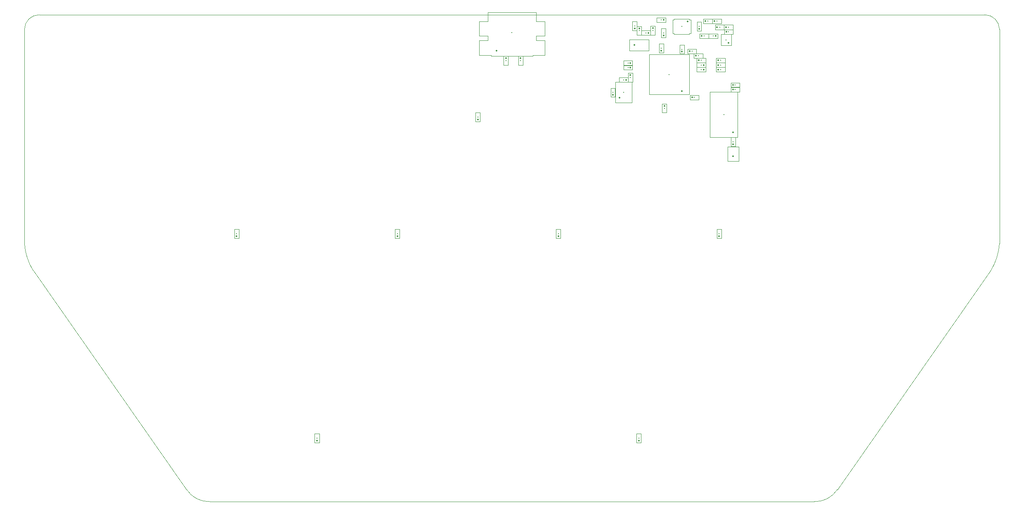
<source format=gbr>
%TF.GenerationSoftware,KiCad,Pcbnew,8.0.4*%
%TF.CreationDate,2024-07-22T04:35:47+08:00*%
%TF.ProjectId,PH-AC,50482d41-432e-46b6-9963-61645f706362,rev?*%
%TF.SameCoordinates,PX405f7e0PY328b740*%
%TF.FileFunction,Component,L2,Bot*%
%TF.FilePolarity,Positive*%
%FSLAX46Y46*%
G04 Gerber Fmt 4.6, Leading zero omitted, Abs format (unit mm)*
G04 Created by KiCad (PCBNEW 8.0.4) date 2024-07-22 04:35:47*
%MOMM*%
%LPD*%
G01*
G04 APERTURE LIST*
%TA.AperFunction,ComponentMain*%
%ADD10C,0.300000*%
%TD*%
%TA.AperFunction,ComponentOutline,Courtyard*%
%ADD11C,0.100000*%
%TD*%
%TA.AperFunction,ComponentPin*%
%ADD12P,0.360000X4X0.000000*%
%TD*%
%TA.AperFunction,ComponentPin*%
%ADD13C,0.100000*%
%TD*%
%TA.AperFunction,Profile*%
%ADD14C,0.050000*%
%TD*%
G04 APERTURE END LIST*
D10*
%TO.C,C11*%
%TO.CFtp,C_0402_1005Metric*%
%TO.CVal,2u2*%
%TO.CLbN,Capacitor_SMD*%
%TO.CMnt,SMD*%
%TO.CRot,180*%
X136920000Y-7480000D03*
D11*
X137829999Y-7020001D02*
X137829999Y-7939999D01*
X136010001Y-7939999D01*
X136010001Y-7020001D01*
X137829999Y-7020001D01*
D12*
%TO.P,C11,1*%
X136440000Y-7480000D03*
D13*
%TO.P,C11,2*%
X137400000Y-7480000D03*
%TD*%
D10*
%TO.C,R5*%
%TO.CFtp,R_0402_1005Metric*%
%TO.CVal,5K6*%
%TO.CLbN,Resistor_SMD*%
%TO.CMnt,SMD*%
%TO.CRot,90*%
X128900000Y-3210000D03*
D11*
X129369999Y-2280001D02*
X129369999Y-4139999D01*
X128430001Y-4139999D01*
X128430001Y-2280001D01*
X129369999Y-2280001D01*
D12*
%TO.P,R5,1*%
X128900000Y-2700000D03*
D13*
%TO.P,R5,2*%
X128900000Y-3720000D03*
%TD*%
D10*
%TO.C,C7*%
%TO.CFtp,C_0402_1005Metric*%
%TO.CVal,100n*%
%TO.CLbN,Capacitor_SMD*%
%TO.CMnt,SMD*%
%TO.CRot,180*%
X142800000Y-11250000D03*
D11*
X143709999Y-10790001D02*
X143709999Y-11709999D01*
X141890001Y-11709999D01*
X141890001Y-10790001D01*
X143709999Y-10790001D01*
D12*
%TO.P,C7,1*%
X142320000Y-11250000D03*
D13*
%TO.P,C7,2*%
X143280000Y-11250000D03*
%TD*%
D10*
%TO.C,U2*%
%TO.CFtp,10-WFDFN-EP_RIT*%
%TO.CVal,RT6150B-33GQW*%
%TO.CLbN,footprints*%
%TO.CMnt,SMD*%
%TO.CRot,0*%
X134819200Y-2400001D03*
D11*
X136368599Y-850602D02*
X136368599Y-1019002D01*
X136673399Y-1019002D01*
X136673399Y-3781000D01*
X136368599Y-3781000D01*
X136368599Y-3949400D01*
X133269801Y-3949400D01*
X133269801Y-3781000D01*
X132965001Y-3781000D01*
X132965001Y-1019002D01*
X133269801Y-1019002D01*
X133269801Y-850602D01*
X136368599Y-850602D01*
D12*
%TO.P,U2,1,VOUT*%
X136038400Y-1400000D03*
D13*
%TO.P,U2,2,LX2*%
X136038400Y-1900002D03*
%TO.P,U2,3,GND*%
X136038400Y-2400001D03*
%TO.P,U2,4,LX1*%
X136038400Y-2900000D03*
%TO.P,U2,5,VIN*%
X136038400Y-3400002D03*
%TO.P,U2,6,EN*%
X133600000Y-3400002D03*
%TO.P,U2,7,PS*%
X133600000Y-2900000D03*
%TO.P,U2,8,VINA*%
X133600000Y-2400001D03*
%TO.P,U2,9,GND*%
X133600000Y-1900002D03*
%TO.P,U2,10,FB*%
X133600000Y-1400000D03*
%TO.P,U2,11,GND*%
X134819200Y-2400001D03*
%TD*%
D10*
%TO.C,C9*%
%TO.CFtp,C_0402_1005Metric*%
%TO.CVal,2u2*%
%TO.CLbN,Capacitor_SMD*%
%TO.CMnt,SMD*%
%TO.CRot,180*%
X138830000Y-9330000D03*
D11*
X139739999Y-8870001D02*
X139739999Y-9789999D01*
X137920001Y-9789999D01*
X137920001Y-8870001D01*
X139739999Y-8870001D01*
D12*
%TO.P,C9,1*%
X138350000Y-9330000D03*
D13*
%TO.P,C9,2*%
X139310000Y-9330000D03*
%TD*%
D10*
%TO.C,R12*%
%TO.CFtp,R_0402_1005Metric*%
%TO.CVal,1K*%
%TO.CLbN,Resistor_SMD*%
%TO.CMnt,SMD*%
%TO.CRot,90*%
X124300000Y-12900000D03*
D11*
X124769999Y-11970001D02*
X124769999Y-13829999D01*
X123830001Y-13829999D01*
X123830001Y-11970001D01*
X124769999Y-11970001D01*
D12*
%TO.P,R12,1*%
X124300000Y-12390000D03*
D13*
%TO.P,R12,2*%
X124300000Y-13410000D03*
%TD*%
D10*
%TO.C,C6*%
%TO.CFtp,C_0402_1005Metric*%
%TO.CVal,100n*%
%TO.CLbN,Capacitor_SMD*%
%TO.CMnt,SMD*%
%TO.CRot,-90*%
X134850000Y-7080000D03*
D11*
X135309999Y-6170001D02*
X135309999Y-7989999D01*
X134390001Y-7989999D01*
X134390001Y-6170001D01*
X135309999Y-6170001D01*
D12*
%TO.P,C6,1*%
X134850000Y-7560000D03*
D13*
%TO.P,C6,2*%
X134850000Y-6600000D03*
%TD*%
D10*
%TO.C,D7*%
%TO.CFtp,D_0402_1005Metric*%
%TO.CVal,D*%
%TO.CLbN,Diode_SMD*%
%TO.CMnt,SMD*%
%TO.CRot,-90*%
X60000000Y-87000000D03*
D11*
X60469999Y-86070001D02*
X60469999Y-87929999D01*
X59530001Y-87929999D01*
X59530001Y-86070001D01*
X60469999Y-86070001D01*
D12*
%TO.P,D7,1,K*%
X60000000Y-87485000D03*
D13*
%TO.P,D7,2,A*%
X60000000Y-86515000D03*
%TD*%
D10*
%TO.C,D8*%
%TO.CFtp,D_0402_1005Metric*%
%TO.CVal,D*%
%TO.CLbN,Diode_SMD*%
%TO.CMnt,SMD*%
%TO.CRot,-90*%
X93000000Y-21000000D03*
D11*
X93469999Y-20070001D02*
X93469999Y-21929999D01*
X92530001Y-21929999D01*
X92530001Y-20070001D01*
X93469999Y-20070001D01*
D12*
%TO.P,D8,1,K*%
X93000000Y-21485000D03*
D13*
%TO.P,D8,2,A*%
X93000000Y-20515000D03*
%TD*%
D10*
%TO.C,C3*%
%TO.CFtp,C_0402_1005Metric*%
%TO.CVal,100n*%
%TO.CLbN,Capacitor_SMD*%
%TO.CMnt,SMD*%
%TO.CRot,0*%
X123800000Y-10850000D03*
D11*
X124709999Y-10390001D02*
X124709999Y-11309999D01*
X122890001Y-11309999D01*
X122890001Y-10390001D01*
X124709999Y-10390001D01*
D12*
%TO.P,C3,1*%
X124280000Y-10850000D03*
D13*
%TO.P,C3,2*%
X123320000Y-10850000D03*
%TD*%
D10*
%TO.C,R11*%
%TO.CFtp,R_0402_1005Metric*%
%TO.CVal,R*%
%TO.CLbN,Resistor_SMD*%
%TO.CMnt,SMD*%
%TO.CRot,180*%
X144450000Y-2550000D03*
D11*
X145379999Y-2080001D02*
X145379999Y-3019999D01*
X143520001Y-3019999D01*
X143520001Y-2080001D01*
X145379999Y-2080001D01*
D12*
%TO.P,R11,1*%
X143940000Y-2550000D03*
D13*
%TO.P,R11,2*%
X144960000Y-2550000D03*
%TD*%
D10*
%TO.C,J1*%
%TO.CFtp,USB_C_Receptacle_GCT_USB4110*%
%TO.CVal,USB_C_Receptacle_USB2.0_14P*%
%TO.CLbN,Connector_USB*%
%TO.CMnt,SMD*%
%TO.CRot,180*%
X100000000Y-3675000D03*
D11*
X104969999Y504999D02*
X104969999Y-1345001D01*
X106699999Y-1345001D01*
X106699999Y-4354999D01*
X104969999Y-4354999D01*
X104969999Y-5275001D01*
X106699999Y-5275001D01*
X106699999Y-8284999D01*
X104249999Y-8284999D01*
X104249999Y-8434999D01*
X95750001Y-8434999D01*
X95750001Y-8284999D01*
X93300001Y-8284999D01*
X93300001Y-5275001D01*
X95030001Y-5275001D01*
X95030001Y-4354999D01*
X93300001Y-4354999D01*
X93300001Y-1345001D01*
X95030001Y-1345001D01*
X95030001Y504999D01*
X104969999Y504999D01*
D12*
%TO.P,J1,A1,GND*%
X96800000Y-7355000D03*
D13*
%TO.P,J1,*%
X97110000Y-6280000D03*
X102890000Y-6280000D03*
%TO.P,J1,A4,VBUS*%
X97600000Y-7355000D03*
%TO.P,J1,A5,CC1*%
X98750000Y-7355000D03*
%TO.P,J1,A6,D+*%
X99750000Y-7355000D03*
%TO.P,J1,A7,D-*%
X100250000Y-7355000D03*
%TO.P,J1,A8*%
X101250000Y-7355000D03*
%TO.P,J1,A9,VBUS*%
X102400000Y-7355000D03*
%TO.P,J1,A12,GND*%
X103200000Y-7355000D03*
%TO.P,J1,B1,GND*%
X103200000Y-7355000D03*
%TO.P,J1,B4,VBUS*%
X102400000Y-7355000D03*
%TO.P,J1,B5,CC2*%
X101750000Y-7355000D03*
%TO.P,J1,B6,D+*%
X100750000Y-7355000D03*
%TO.P,J1,B7,D-*%
X99250000Y-7355000D03*
%TO.P,J1,B8*%
X98250000Y-7355000D03*
%TO.P,J1,B9,VBUS*%
X97600000Y-7355000D03*
%TO.P,J1,B12,GND*%
X96800000Y-7355000D03*
%TO.P,J1,S1,SHIELD*%
X94890000Y-2850000D03*
X94890000Y-6780000D03*
X105110000Y-2850000D03*
X105110000Y-6780000D03*
%TD*%
D10*
%TO.C,R10*%
%TO.CFtp,R_0402_1005Metric*%
%TO.CVal,R*%
%TO.CLbN,Resistor_SMD*%
%TO.CMnt,SMD*%
%TO.CRot,180*%
X142590000Y-2550000D03*
D11*
X143519999Y-2080001D02*
X143519999Y-3019999D01*
X141660001Y-3019999D01*
X141660001Y-2080001D01*
X143519999Y-2080001D01*
D12*
%TO.P,R10,1*%
X142080000Y-2550000D03*
D13*
%TO.P,R10,2*%
X143100000Y-2550000D03*
%TD*%
D10*
%TO.C,D6*%
%TO.CFtp,D_0402_1005Metric*%
%TO.CVal,D*%
%TO.CLbN,Diode_SMD*%
%TO.CMnt,SMD*%
%TO.CRot,-90*%
X142500000Y-45000000D03*
D11*
X142969999Y-44070001D02*
X142969999Y-45929999D01*
X142030001Y-45929999D01*
X142030001Y-44070001D01*
X142969999Y-44070001D01*
D12*
%TO.P,D6,1,K*%
X142500000Y-45485000D03*
D13*
%TO.P,D6,2,A*%
X142500000Y-44515000D03*
%TD*%
D10*
%TO.C,R13*%
%TO.CFtp,R_0402_1005Metric*%
%TO.CVal,470R*%
%TO.CLbN,Resistor_SMD*%
%TO.CMnt,SMD*%
%TO.CRot,180*%
X139390000Y-4350000D03*
D11*
X140319999Y-3880001D02*
X140319999Y-4819999D01*
X138460001Y-4819999D01*
X138460001Y-3880001D01*
X140319999Y-3880001D01*
D12*
%TO.P,R13,1*%
X138880000Y-4350000D03*
D13*
%TO.P,R13,2*%
X139900000Y-4350000D03*
%TD*%
D10*
%TO.C,Y1*%
%TO.CFtp,Crystal_SMD_3225-4Pin_3.2x2.5mm*%
%TO.CVal,Crystal_GND24*%
%TO.CLbN,Crystal*%
%TO.CMnt,SMD*%
%TO.CRot,-90*%
X122900000Y-15950000D03*
D11*
X124599999Y-13850001D02*
X124599999Y-18049999D01*
X121200001Y-18049999D01*
X121200001Y-13850001D01*
X124599999Y-13850001D01*
D12*
%TO.P,Y1,1,1*%
X122050000Y-17050000D03*
D13*
%TO.P,Y1,2,2*%
X122050000Y-14850000D03*
%TO.P,Y1,3,3*%
X123750000Y-14850000D03*
%TO.P,Y1,4,4*%
X123750000Y-17050000D03*
%TD*%
D10*
%TO.C,D3*%
%TO.CFtp,D_0402_1005Metric*%
%TO.CVal,D*%
%TO.CLbN,Diode_SMD*%
%TO.CMnt,SMD*%
%TO.CRot,-90*%
X43500000Y-45000000D03*
D11*
X43969999Y-44070001D02*
X43969999Y-45929999D01*
X43030001Y-45929999D01*
X43030001Y-44070001D01*
X43969999Y-44070001D01*
D12*
%TO.P,D3,1,K*%
X43500000Y-45485000D03*
D13*
%TO.P,D3,2,A*%
X43500000Y-44515000D03*
%TD*%
D10*
%TO.C,D4*%
%TO.CFtp,D_0402_1005Metric*%
%TO.CVal,D*%
%TO.CLbN,Diode_SMD*%
%TO.CMnt,SMD*%
%TO.CRot,-90*%
X76500000Y-45000000D03*
D11*
X76969999Y-44070001D02*
X76969999Y-45929999D01*
X76030001Y-45929999D01*
X76030001Y-44070001D01*
X76969999Y-44070001D01*
D12*
%TO.P,D4,1,K*%
X76500000Y-45485000D03*
D13*
%TO.P,D4,2,A*%
X76500000Y-44515000D03*
%TD*%
D10*
%TO.C,C15*%
%TO.CFtp,C_0402_1005Metric*%
%TO.CVal,100n*%
%TO.CLbN,Capacitor_SMD*%
%TO.CMnt,SMD*%
%TO.CRot,180*%
X145800000Y-15350000D03*
D11*
X146709999Y-14890001D02*
X146709999Y-15809999D01*
X144890001Y-15809999D01*
X144890001Y-14890001D01*
X146709999Y-14890001D01*
D12*
%TO.P,C15,1*%
X145320000Y-15350000D03*
D13*
%TO.P,C15,2*%
X146280000Y-15350000D03*
%TD*%
D10*
%TO.C,U1*%
%TO.CFtp,QFN-56-1EP_7x7mm_P0.4mm_EP3.2x3.2mm*%
%TO.CVal,RP2040*%
%TO.CLbN,Package_DFN_QFN*%
%TO.CMnt,SMD*%
%TO.CRot,-90*%
X132250000Y-12250000D03*
D11*
X136379999Y-8120001D02*
X136379999Y-16379999D01*
X128120001Y-16379999D01*
X128120001Y-8120001D01*
X136379999Y-8120001D01*
D12*
%TO.P,U1,1,IOVDD*%
X134850000Y-15687500D03*
D13*
%TO.P,U1,2,GPIO0*%
X134450000Y-15687500D03*
%TO.P,U1,3,GPIO1*%
X134050000Y-15687500D03*
%TO.P,U1,4,GPIO2*%
X133650000Y-15687500D03*
%TO.P,U1,5,GPIO3*%
X133250000Y-15687500D03*
%TO.P,U1,6,GPIO4*%
X132850000Y-15687500D03*
%TO.P,U1,7,GPIO5*%
X132450000Y-15687500D03*
%TO.P,U1,8,GPIO6*%
X132050000Y-15687500D03*
%TO.P,U1,9,GPIO7*%
X131650000Y-15687500D03*
%TO.P,U1,10,IOVDD*%
X131250000Y-15687500D03*
%TO.P,U1,11,GPIO8*%
X130850000Y-15687500D03*
%TO.P,U1,12,GPIO9*%
X130450000Y-15687500D03*
%TO.P,U1,13,GPIO10*%
X130050000Y-15687500D03*
%TO.P,U1,14,GPIO11*%
X129650000Y-15687500D03*
%TO.P,U1,15,GPIO12*%
X128812500Y-14850000D03*
%TO.P,U1,16,GPIO13*%
X128812500Y-14450000D03*
%TO.P,U1,17,GPIO14*%
X128812500Y-14050000D03*
%TO.P,U1,18,GPIO15*%
X128812500Y-13650000D03*
%TO.P,U1,19,TESTEN*%
X128812500Y-13250000D03*
%TO.P,U1,20,XIN*%
X128812500Y-12850000D03*
%TO.P,U1,21,XOUT*%
X128812500Y-12450000D03*
%TO.P,U1,22,IOVDD*%
X128812500Y-12050000D03*
%TO.P,U1,23,DVDD*%
X128812500Y-11650000D03*
%TO.P,U1,24,SWCLK*%
X128812500Y-11250000D03*
%TO.P,U1,25,SWD*%
X128812500Y-10850000D03*
%TO.P,U1,26,RUN*%
X128812500Y-10450000D03*
%TO.P,U1,27,GPIO16*%
X128812500Y-10050000D03*
%TO.P,U1,28,GPIO17*%
X128812500Y-9650000D03*
%TO.P,U1,29,GPIO18*%
X129650000Y-8812500D03*
%TO.P,U1,30,GPIO19*%
X130050000Y-8812500D03*
%TO.P,U1,31,GPIO20*%
X130450000Y-8812500D03*
%TO.P,U1,32,GPIO21*%
X130850000Y-8812500D03*
%TO.P,U1,33,IOVDD*%
X131250000Y-8812500D03*
%TO.P,U1,34,GPIO22*%
X131650000Y-8812500D03*
%TO.P,U1,35,GPIO23*%
X132050000Y-8812500D03*
%TO.P,U1,36,GPIO24*%
X132450000Y-8812500D03*
%TO.P,U1,37,GPIO25*%
X132850000Y-8812500D03*
%TO.P,U1,38,GPIO26_ADC0*%
X133250000Y-8812500D03*
%TO.P,U1,39,GPIO27_ADC1*%
X133650000Y-8812500D03*
%TO.P,U1,40,GPIO28_ADC2*%
X134050000Y-8812500D03*
%TO.P,U1,41,GPIO29_ADC3*%
X134450000Y-8812500D03*
%TO.P,U1,42,IOVDD*%
X134850000Y-8812500D03*
%TO.P,U1,43,ADC_AVDD*%
X135687500Y-9650000D03*
%TO.P,U1,44,VREG_IN*%
X135687500Y-10050000D03*
%TO.P,U1,45,VREG_VOUT*%
X135687500Y-10450000D03*
%TO.P,U1,46,USB_DM*%
X135687500Y-10850000D03*
%TO.P,U1,47,USB_DP*%
X135687500Y-11250000D03*
%TO.P,U1,48,USB_VDD*%
X135687500Y-11650000D03*
%TO.P,U1,49,IOVDD*%
X135687500Y-12050000D03*
%TO.P,U1,50,DVDD*%
X135687500Y-12450000D03*
%TO.P,U1,51,QSPI_SD3*%
X135687500Y-12850000D03*
%TO.P,U1,52,QSPI_SCLK*%
X135687500Y-13250000D03*
%TO.P,U1,53,QSPI_SD0*%
X135687500Y-13650000D03*
%TO.P,U1,54,QSPI_SD2*%
X135687500Y-14050000D03*
%TO.P,U1,55,QSPI_SD1*%
X135687500Y-14450000D03*
%TO.P,U1,56,QSPI_SS*%
X135687500Y-14850000D03*
%TO.P,U1,57,GND*%
X132250000Y-12250000D03*
%TD*%
D10*
%TO.C,C13*%
%TO.CFtp,C_0402_1005Metric*%
%TO.CVal,47u*%
%TO.CLbN,Capacitor_SMD*%
%TO.CMnt,SMD*%
%TO.CRot,-90*%
X130650000Y-6880000D03*
D11*
X131109999Y-5970001D02*
X131109999Y-7789999D01*
X130190001Y-7789999D01*
X130190001Y-5970001D01*
X131109999Y-5970001D01*
D12*
%TO.P,C13,1*%
X130650000Y-7360000D03*
D13*
%TO.P,C13,2*%
X130650000Y-6400000D03*
%TD*%
D10*
%TO.C,C12*%
%TO.CFtp,C_0402_1005Metric*%
%TO.CVal,47u*%
%TO.CLbN,Capacitor_SMD*%
%TO.CMnt,SMD*%
%TO.CRot,90*%
X126100000Y-3250000D03*
D11*
X126559999Y-2340001D02*
X126559999Y-4159999D01*
X125640001Y-4159999D01*
X125640001Y-2340001D01*
X126559999Y-2340001D01*
D12*
%TO.P,C12,1*%
X126100000Y-2770000D03*
D13*
%TO.P,C12,2*%
X126100000Y-3730000D03*
%TD*%
D10*
%TO.C,R6*%
%TO.CFtp,R_0402_1005Metric*%
%TO.CVal,10K*%
%TO.CLbN,Resistor_SMD*%
%TO.CMnt,SMD*%
%TO.CRot,0*%
X127500000Y-3700000D03*
D11*
X128429999Y-3230001D02*
X128429999Y-4169999D01*
X126570001Y-4169999D01*
X126570001Y-3230001D01*
X128429999Y-3230001D01*
D12*
%TO.P,R6,1*%
X128010000Y-3700000D03*
D13*
%TO.P,R6,2*%
X126990000Y-3700000D03*
%TD*%
D10*
%TO.C,C2*%
%TO.CFtp,C_0402_1005Metric*%
%TO.CVal,100n*%
%TO.CLbN,Capacitor_SMD*%
%TO.CMnt,SMD*%
%TO.CRot,180*%
X142800000Y-10300000D03*
D11*
X143709999Y-9840001D02*
X143709999Y-10759999D01*
X141890001Y-10759999D01*
X141890001Y-9840001D01*
X143709999Y-9840001D01*
D12*
%TO.P,C2,1*%
X142320000Y-10300000D03*
D13*
%TO.P,C2,2*%
X143280000Y-10300000D03*
%TD*%
D10*
%TO.C,R3*%
%TO.CFtp,R_0402_1005Metric*%
%TO.CVal,27R*%
%TO.CLbN,Resistor_SMD*%
%TO.CMnt,SMD*%
%TO.CRot,0*%
X138830000Y-11250000D03*
D11*
X139759999Y-10780001D02*
X139759999Y-11719999D01*
X137900001Y-11719999D01*
X137900001Y-10780001D01*
X139759999Y-10780001D01*
D12*
%TO.P,R3,1*%
X139340000Y-11250000D03*
D13*
%TO.P,R3,2*%
X138320000Y-11250000D03*
%TD*%
D10*
%TO.C,D9*%
%TO.CFtp,D_0402_1005Metric*%
%TO.CVal,D*%
%TO.CLbN,Diode_SMD*%
%TO.CMnt,SMD*%
%TO.CRot,-90*%
X126000000Y-87000000D03*
D11*
X126469999Y-86070001D02*
X126469999Y-87929999D01*
X125530001Y-87929999D01*
X125530001Y-86070001D01*
X126469999Y-86070001D01*
D12*
%TO.P,D9,1,K*%
X126000000Y-87485000D03*
D13*
%TO.P,D9,2,A*%
X126000000Y-86515000D03*
%TD*%
D10*
%TO.C,R15*%
%TO.CFtp,R_0402_1005Metric*%
%TO.CVal,56K*%
%TO.CLbN,Resistor_SMD*%
%TO.CMnt,SMD*%
%TO.CRot,90*%
X101750000Y-9390000D03*
D11*
X102219999Y-8460001D02*
X102219999Y-10319999D01*
X101280001Y-10319999D01*
X101280001Y-8460001D01*
X102219999Y-8460001D01*
D12*
%TO.P,R15,1*%
X101750000Y-8880000D03*
D13*
%TO.P,R15,2*%
X101750000Y-9900000D03*
%TD*%
D10*
%TO.C,R7*%
%TO.CFtp,R_0402_1005Metric*%
%TO.CVal,100K*%
%TO.CLbN,Resistor_SMD*%
%TO.CMnt,SMD*%
%TO.CRot,0*%
X130600000Y-1050000D03*
D11*
X131529999Y-580001D02*
X131529999Y-1519999D01*
X129670001Y-1519999D01*
X129670001Y-580001D01*
X131529999Y-580001D01*
D12*
%TO.P,R7,1*%
X131110000Y-1050000D03*
D13*
%TO.P,R7,2*%
X130090000Y-1050000D03*
%TD*%
D10*
%TO.C,Q1*%
%TO.CFtp,SOT-523*%
%TO.CVal,DMG1012T*%
%TO.CLbN,Package_TO_SOT_SMD*%
%TO.CMnt,SMD*%
%TO.CRot,-90*%
X143940000Y-5145000D03*
D11*
X144989999Y-3995001D02*
X144989999Y-6294999D01*
X142890001Y-6294999D01*
X142890001Y-3995001D01*
X144989999Y-3995001D01*
D12*
%TO.P,Q1,1,G*%
X144440000Y-5790000D03*
D13*
%TO.P,Q1,2,S*%
X143440000Y-5790000D03*
%TO.P,Q1,3,D*%
X143940000Y-4500000D03*
%TD*%
D10*
%TO.C,D2*%
%TO.CFtp,LED_0402_1005Metric*%
%TO.CVal,LED*%
%TO.CLbN,LED_SMD*%
%TO.CMnt,SMD*%
%TO.CRot,0*%
X141290000Y-4350000D03*
D11*
X142219999Y-3880001D02*
X142219999Y-4819999D01*
X140360001Y-4819999D01*
X140360001Y-3880001D01*
X142219999Y-3880001D01*
D12*
%TO.P,D2,1,K*%
X141775000Y-4350000D03*
D13*
%TO.P,D2,2,A*%
X140805000Y-4350000D03*
%TD*%
D10*
%TO.C,SW1*%
%TO.CFtp,PinHeader_1x02_P1.00mm_Vertical*%
%TO.CVal,SW_Push*%
%TO.CLbN,Connector_PinHeader_1.00mm*%
%TO.CMnt,TH*%
%TO.CRot,180*%
X145350000Y-29060000D03*
D11*
X146499999Y-27060001D02*
X146499999Y-30059999D01*
X144200001Y-30059999D01*
X144200001Y-27060001D01*
X146499999Y-27060001D01*
D12*
%TO.P,SW1,1,1*%
X145350000Y-29060000D03*
D13*
%TO.P,SW1,2,2*%
X145350000Y-28060000D03*
%TD*%
D10*
%TO.C,R2*%
%TO.CFtp,R_0402_1005Metric*%
%TO.CVal,200R*%
%TO.CLbN,Resistor_SMD*%
%TO.CMnt,SMD*%
%TO.CRot,180*%
X140210000Y-1300000D03*
D11*
X141139999Y-830001D02*
X141139999Y-1769999D01*
X139280001Y-1769999D01*
X139280001Y-830001D01*
X141139999Y-830001D01*
D12*
%TO.P,R2,1*%
X139700000Y-1300000D03*
D13*
%TO.P,R2,2*%
X140720000Y-1300000D03*
%TD*%
D10*
%TO.C,R4*%
%TO.CFtp,R_0402_1005Metric*%
%TO.CVal,27R*%
%TO.CLbN,Resistor_SMD*%
%TO.CMnt,SMD*%
%TO.CRot,0*%
X138830000Y-10300000D03*
D11*
X139759999Y-9830001D02*
X139759999Y-10769999D01*
X137900001Y-10769999D01*
X137900001Y-9830001D01*
X139759999Y-9830001D01*
D12*
%TO.P,R4,1*%
X139340000Y-10300000D03*
D13*
%TO.P,R4,2*%
X138320000Y-10300000D03*
%TD*%
D10*
%TO.C,U3*%
%TO.CFtp,SOIC-8_5.23x5.23mm_P1.27mm*%
%TO.CVal,W25Q16JVSS*%
%TO.CLbN,Package_SO*%
%TO.CMnt,SMD*%
%TO.CRot,-90*%
X143450000Y-20500000D03*
D11*
X146309999Y-15850001D02*
X146309999Y-25149999D01*
X140590001Y-25149999D01*
X140590001Y-15850001D01*
X146309999Y-15850001D01*
D12*
%TO.P,U3,1,~{CS}*%
X145355000Y-24100000D03*
D13*
%TO.P,U3,2,DO(IO1)*%
X144085000Y-24100000D03*
%TO.P,U3,3,IO2*%
X142815000Y-24100000D03*
%TO.P,U3,4,GND*%
X141545000Y-24100000D03*
%TO.P,U3,5,DI(IO0)*%
X141545000Y-16900000D03*
%TO.P,U3,6,CLK*%
X142815000Y-16900000D03*
%TO.P,U3,7,IO3*%
X144085000Y-16900000D03*
%TO.P,U3,8,VCC*%
X145355000Y-16900000D03*
%TD*%
D10*
%TO.C,R9*%
%TO.CFtp,R_0402_1005Metric*%
%TO.CVal,1K*%
%TO.CLbN,Resistor_SMD*%
%TO.CMnt,SMD*%
%TO.CRot,-90*%
X145350000Y-26100000D03*
D11*
X145819999Y-25170001D02*
X145819999Y-27029999D01*
X144880001Y-27029999D01*
X144880001Y-25170001D01*
X145819999Y-25170001D01*
D12*
%TO.P,R9,1*%
X145350000Y-26610000D03*
D13*
%TO.P,R9,2*%
X145350000Y-25590000D03*
%TD*%
D10*
%TO.C,C4*%
%TO.CFtp,C_0402_1005Metric*%
%TO.CVal,100n*%
%TO.CLbN,Capacitor_SMD*%
%TO.CMnt,SMD*%
%TO.CRot,180*%
X137420000Y-16950000D03*
D11*
X138329999Y-16490001D02*
X138329999Y-17409999D01*
X136510001Y-17409999D01*
X136510001Y-16490001D01*
X138329999Y-16490001D01*
D12*
%TO.P,C4,1*%
X136940000Y-16950000D03*
D13*
%TO.P,C4,2*%
X137900000Y-16950000D03*
%TD*%
D10*
%TO.C,C10*%
%TO.CFtp,C_0402_1005Metric*%
%TO.CVal,2u2*%
%TO.CLbN,Capacitor_SMD*%
%TO.CMnt,SMD*%
%TO.CRot,180*%
X138220000Y-8400000D03*
D11*
X139129999Y-7940001D02*
X139129999Y-8859999D01*
X137310001Y-8859999D01*
X137310001Y-7940001D01*
X139129999Y-7940001D01*
D12*
%TO.P,C10,1*%
X137740000Y-8400000D03*
D13*
%TO.P,C10,2*%
X138700000Y-8400000D03*
%TD*%
D10*
%TO.C,R8*%
%TO.CFtp,R_0402_1005Metric*%
%TO.CVal,100K*%
%TO.CLbN,Resistor_SMD*%
%TO.CMnt,SMD*%
%TO.CRot,-90*%
X131100000Y-3700000D03*
D11*
X131569999Y-2770001D02*
X131569999Y-4629999D01*
X130630001Y-4629999D01*
X130630001Y-2770001D01*
X131569999Y-2770001D01*
D12*
%TO.P,R8,1*%
X131100000Y-4210000D03*
D13*
%TO.P,R8,2*%
X131100000Y-3190000D03*
%TD*%
D10*
%TO.C,C16*%
%TO.CFtp,C_0402_1005Metric*%
%TO.CVal,1n*%
%TO.CLbN,Capacitor_SMD*%
%TO.CMnt,SMD*%
%TO.CRot,180*%
X144450000Y-3500000D03*
D11*
X145359999Y-3040001D02*
X145359999Y-3959999D01*
X143540001Y-3959999D01*
X143540001Y-3040001D01*
X145359999Y-3040001D01*
D12*
%TO.P,C16,1*%
X143970000Y-3500000D03*
D13*
%TO.P,C16,2*%
X144930000Y-3500000D03*
%TD*%
D10*
%TO.C,R14*%
%TO.CFtp,R_0402_1005Metric*%
%TO.CVal,56K*%
%TO.CLbN,Resistor_SMD*%
%TO.CMnt,SMD*%
%TO.CRot,90*%
X98750000Y-9390000D03*
D11*
X99219999Y-8460001D02*
X99219999Y-10319999D01*
X98280001Y-10319999D01*
X98280001Y-8460001D01*
X99219999Y-8460001D01*
D12*
%TO.P,R14,1*%
X98750000Y-8880000D03*
D13*
%TO.P,R14,2*%
X98750000Y-9900000D03*
%TD*%
D10*
%TO.C,C5*%
%TO.CFtp,C_0402_1005Metric*%
%TO.CVal,100n*%
%TO.CLbN,Capacitor_SMD*%
%TO.CMnt,SMD*%
%TO.CRot,90*%
X131250000Y-19200000D03*
D11*
X131709999Y-18290001D02*
X131709999Y-20109999D01*
X130790001Y-20109999D01*
X130790001Y-18290001D01*
X131709999Y-18290001D01*
D12*
%TO.P,C5,1*%
X131250000Y-18720000D03*
D13*
%TO.P,C5,2*%
X131250000Y-19680000D03*
%TD*%
D10*
%TO.C,C1*%
%TO.CFtp,C_0402_1005Metric*%
%TO.CVal,100n*%
%TO.CLbN,Capacitor_SMD*%
%TO.CMnt,SMD*%
%TO.CRot,180*%
X142800000Y-9350000D03*
D11*
X143709999Y-8890001D02*
X143709999Y-9809999D01*
X141890001Y-9809999D01*
X141890001Y-8890001D01*
X143709999Y-8890001D01*
D12*
%TO.P,C1,1*%
X142320000Y-9350000D03*
D13*
%TO.P,C1,2*%
X143280000Y-9350000D03*
%TD*%
D10*
%TO.C,C14*%
%TO.CFtp,C_0402_1005Metric*%
%TO.CVal,2u2*%
%TO.CLbN,Capacitor_SMD*%
%TO.CMnt,SMD*%
%TO.CRot,180*%
X145800000Y-14400000D03*
D11*
X146709999Y-13940001D02*
X146709999Y-14859999D01*
X144890001Y-14859999D01*
X144890001Y-13940001D01*
X146709999Y-13940001D01*
D12*
%TO.P,C14,1*%
X145320000Y-14400000D03*
D13*
%TO.P,C14,2*%
X146280000Y-14400000D03*
%TD*%
D10*
%TO.C,C18*%
%TO.CFtp,C_0402_1005Metric*%
%TO.CVal,15p*%
%TO.CLbN,Capacitor_SMD*%
%TO.CMnt,SMD*%
%TO.CRot,0*%
X122900000Y-13350000D03*
D11*
X123809999Y-12890001D02*
X123809999Y-13809999D01*
X121990001Y-13809999D01*
X121990001Y-12890001D01*
X123809999Y-12890001D01*
D12*
%TO.P,C18,1*%
X123380000Y-13350000D03*
D13*
%TO.P,C18,2*%
X122420000Y-13350000D03*
%TD*%
D10*
%TO.C,D5*%
%TO.CFtp,D_0402_1005Metric*%
%TO.CVal,D*%
%TO.CLbN,Diode_SMD*%
%TO.CMnt,SMD*%
%TO.CRot,-90*%
X109500000Y-45000000D03*
D11*
X109969999Y-44070001D02*
X109969999Y-45929999D01*
X109030001Y-45929999D01*
X109030001Y-44070001D01*
X109969999Y-44070001D01*
D12*
%TO.P,D5,1,K*%
X109500000Y-45485000D03*
D13*
%TO.P,D5,2,A*%
X109500000Y-44515000D03*
%TD*%
D10*
%TO.C,C17*%
%TO.CFtp,C_0402_1005Metric*%
%TO.CVal,15p*%
%TO.CLbN,Capacitor_SMD*%
%TO.CMnt,SMD*%
%TO.CRot,-90*%
X120700000Y-15950000D03*
D11*
X121159999Y-15040001D02*
X121159999Y-16859999D01*
X120240001Y-16859999D01*
X120240001Y-15040001D01*
X121159999Y-15040001D01*
D12*
%TO.P,C17,1*%
X120700000Y-16430000D03*
D13*
%TO.P,C17,2*%
X120700000Y-15470000D03*
%TD*%
D10*
%TO.C,J2*%
%TO.CFtp,PinHeader_1x03_P1.00mm_Vertical*%
%TO.CVal,Conn_01x03*%
%TO.CLbN,Connector_PinHeader_1.00mm*%
%TO.CMnt,TH*%
%TO.CRot,90*%
X125100000Y-6200000D03*
D11*
X128099999Y-5050001D02*
X128099999Y-7349999D01*
X124100001Y-7349999D01*
X124100001Y-5050001D01*
X128099999Y-5050001D01*
D12*
%TO.P,J2,1,Pin_1*%
X125100000Y-6200000D03*
D13*
%TO.P,J2,2,Pin_2*%
X126100000Y-6200000D03*
%TO.P,J2,3,Pin_3*%
X127100000Y-6200000D03*
%TD*%
D10*
%TO.C,L1*%
%TO.CFtp,C_0402_1005Metric*%
%TO.CVal,2u2*%
%TO.CLbN,Capacitor_SMD*%
%TO.CMnt,SMD*%
%TO.CRot,-90*%
X138400000Y-2400000D03*
D11*
X138859999Y-1490001D02*
X138859999Y-3309999D01*
X137940001Y-3309999D01*
X137940001Y-1490001D01*
X138859999Y-1490001D01*
D12*
%TO.P,L1,1,1*%
X138400000Y-2880000D03*
D13*
%TO.P,L1,2,2*%
X138400000Y-1920000D03*
%TD*%
D10*
%TO.C,R1*%
%TO.CFtp,R_0402_1005Metric*%
%TO.CVal,1R*%
%TO.CLbN,Resistor_SMD*%
%TO.CMnt,SMD*%
%TO.CRot,180*%
X142070000Y-1300000D03*
D11*
X142999999Y-830001D02*
X142999999Y-1769999D01*
X141140001Y-1769999D01*
X141140001Y-830001D01*
X142999999Y-830001D01*
D12*
%TO.P,R1,1*%
X141560000Y-1300000D03*
D13*
%TO.P,R1,2*%
X142580000Y-1300000D03*
%TD*%
D10*
%TO.C,D1*%
%TO.CFtp,D_0402_1005Metric*%
%TO.CVal,D_Schottky*%
%TO.CLbN,Diode_SMD*%
%TO.CMnt,SMD*%
%TO.CRot,-90*%
X125150000Y-2300000D03*
D11*
X125619999Y-1370001D02*
X125619999Y-3229999D01*
X124680001Y-3229999D01*
X124680001Y-1370001D01*
X125619999Y-1370001D01*
D12*
%TO.P,D1,1,K*%
X125150000Y-2785000D03*
D13*
%TO.P,D1,2,A*%
X125150000Y-1815000D03*
%TD*%
D10*
%TO.C,C8*%
%TO.CFtp,C_0402_1005Metric*%
%TO.CVal,100n*%
%TO.CLbN,Capacitor_SMD*%
%TO.CMnt,SMD*%
%TO.CRot,0*%
X123800000Y-9900000D03*
D11*
X124709999Y-9440001D02*
X124709999Y-10359999D01*
X122890001Y-10359999D01*
X122890001Y-9440001D01*
X124709999Y-9440001D01*
D12*
%TO.P,C8,1*%
X124280000Y-9900000D03*
D13*
%TO.P,C8,2*%
X123320000Y-9900000D03*
%TD*%
D14*
X198279613Y-52457695D02*
X166720386Y-97542304D01*
X3000000Y0D02*
X197000000Y0D01*
X2Y-47000000D02*
X0Y-3000000D01*
X38000000Y-99999999D02*
G75*
G02*
X33279624Y-97542297I-177200J5421599D01*
G01*
X1720388Y-52457695D02*
G75*
G02*
X-17Y-47000001I10561612J6329295D01*
G01*
X0Y-3000000D02*
G75*
G02*
X3000000Y0I3000000J0D01*
G01*
X197000000Y0D02*
G75*
G02*
X200000000Y-3000000I0J-3000000D01*
G01*
X162000000Y-99999999D02*
X38000000Y-99999999D01*
X199999999Y-47000000D02*
G75*
G02*
X198279597Y-52457685I-12281999J871600D01*
G01*
X33279614Y-97542304D02*
X1720388Y-52457695D01*
X200000000Y-3000000D02*
X199999999Y-47000000D01*
X166720386Y-97542304D02*
G75*
G02*
X162000000Y-100000011I-4543186J2963904D01*
G01*
M02*

</source>
